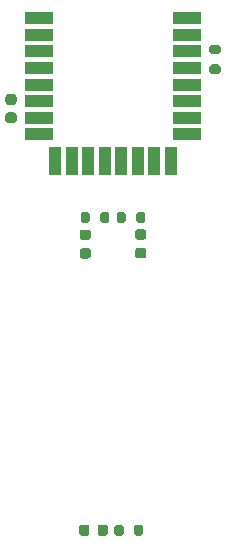
<source format=gbr>
%TF.GenerationSoftware,KiCad,Pcbnew,5.1.10-88a1d61d58~90~ubuntu20.04.1*%
%TF.CreationDate,2021-07-31T22:23:30+02:00*%
%TF.ProjectId,dwm_nano_shield,64776d5f-6e61-46e6-9f5f-736869656c64,rev?*%
%TF.SameCoordinates,Original*%
%TF.FileFunction,Paste,Top*%
%TF.FilePolarity,Positive*%
%FSLAX46Y46*%
G04 Gerber Fmt 4.6, Leading zero omitted, Abs format (unit mm)*
G04 Created by KiCad (PCBNEW 5.1.10-88a1d61d58~90~ubuntu20.04.1) date 2021-07-31 22:23:30*
%MOMM*%
%LPD*%
G01*
G04 APERTURE LIST*
%ADD10R,2.450000X1.000000*%
%ADD11R,1.000000X2.450000*%
G04 APERTURE END LIST*
%TO.C,R4*%
G36*
G01*
X147974000Y-106405000D02*
X147974000Y-106955000D01*
G75*
G02*
X147774000Y-107155000I-200000J0D01*
G01*
X147374000Y-107155000D01*
G75*
G02*
X147174000Y-106955000I0J200000D01*
G01*
X147174000Y-106405000D01*
G75*
G02*
X147374000Y-106205000I200000J0D01*
G01*
X147774000Y-106205000D01*
G75*
G02*
X147974000Y-106405000I0J-200000D01*
G01*
G37*
G36*
G01*
X149624000Y-106405000D02*
X149624000Y-106955000D01*
G75*
G02*
X149424000Y-107155000I-200000J0D01*
G01*
X149024000Y-107155000D01*
G75*
G02*
X148824000Y-106955000I0J200000D01*
G01*
X148824000Y-106405000D01*
G75*
G02*
X149024000Y-106205000I200000J0D01*
G01*
X149424000Y-106205000D01*
G75*
G02*
X149624000Y-106405000I0J-200000D01*
G01*
G37*
%TD*%
%TO.C,D3*%
G36*
G01*
X145765000Y-106936250D02*
X145765000Y-106423750D01*
G75*
G02*
X145983750Y-106205000I218750J0D01*
G01*
X146421250Y-106205000D01*
G75*
G02*
X146640000Y-106423750I0J-218750D01*
G01*
X146640000Y-106936250D01*
G75*
G02*
X146421250Y-107155000I-218750J0D01*
G01*
X145983750Y-107155000D01*
G75*
G02*
X145765000Y-106936250I0J218750D01*
G01*
G37*
G36*
G01*
X144190000Y-106936250D02*
X144190000Y-106423750D01*
G75*
G02*
X144408750Y-106205000I218750J0D01*
G01*
X144846250Y-106205000D01*
G75*
G02*
X145065000Y-106423750I0J-218750D01*
G01*
X145065000Y-106936250D01*
G75*
G02*
X144846250Y-107155000I-218750J0D01*
G01*
X144408750Y-107155000D01*
G75*
G02*
X144190000Y-106936250I0J218750D01*
G01*
G37*
%TD*%
%TO.C,D2*%
G36*
G01*
X149671750Y-82073000D02*
X149159250Y-82073000D01*
G75*
G02*
X148940500Y-81854250I0J218750D01*
G01*
X148940500Y-81416750D01*
G75*
G02*
X149159250Y-81198000I218750J0D01*
G01*
X149671750Y-81198000D01*
G75*
G02*
X149890500Y-81416750I0J-218750D01*
G01*
X149890500Y-81854250D01*
G75*
G02*
X149671750Y-82073000I-218750J0D01*
G01*
G37*
G36*
G01*
X149671750Y-83648000D02*
X149159250Y-83648000D01*
G75*
G02*
X148940500Y-83429250I0J218750D01*
G01*
X148940500Y-82991750D01*
G75*
G02*
X149159250Y-82773000I218750J0D01*
G01*
X149671750Y-82773000D01*
G75*
G02*
X149890500Y-82991750I0J-218750D01*
G01*
X149890500Y-83429250D01*
G75*
G02*
X149671750Y-83648000I-218750J0D01*
G01*
G37*
%TD*%
%TO.C,D1*%
G36*
G01*
X144972750Y-82098500D02*
X144460250Y-82098500D01*
G75*
G02*
X144241500Y-81879750I0J218750D01*
G01*
X144241500Y-81442250D01*
G75*
G02*
X144460250Y-81223500I218750J0D01*
G01*
X144972750Y-81223500D01*
G75*
G02*
X145191500Y-81442250I0J-218750D01*
G01*
X145191500Y-81879750D01*
G75*
G02*
X144972750Y-82098500I-218750J0D01*
G01*
G37*
G36*
G01*
X144972750Y-83673500D02*
X144460250Y-83673500D01*
G75*
G02*
X144241500Y-83454750I0J218750D01*
G01*
X144241500Y-83017250D01*
G75*
G02*
X144460250Y-82798500I218750J0D01*
G01*
X144972750Y-82798500D01*
G75*
G02*
X145191500Y-83017250I0J-218750D01*
G01*
X145191500Y-83454750D01*
G75*
G02*
X144972750Y-83673500I-218750J0D01*
G01*
G37*
%TD*%
%TO.C,C1*%
G36*
G01*
X138680000Y-70655000D02*
X138180000Y-70655000D01*
G75*
G02*
X137955000Y-70430000I0J225000D01*
G01*
X137955000Y-69980000D01*
G75*
G02*
X138180000Y-69755000I225000J0D01*
G01*
X138680000Y-69755000D01*
G75*
G02*
X138905000Y-69980000I0J-225000D01*
G01*
X138905000Y-70430000D01*
G75*
G02*
X138680000Y-70655000I-225000J0D01*
G01*
G37*
G36*
G01*
X138680000Y-72205000D02*
X138180000Y-72205000D01*
G75*
G02*
X137955000Y-71980000I0J225000D01*
G01*
X137955000Y-71530000D01*
G75*
G02*
X138180000Y-71305000I225000J0D01*
G01*
X138680000Y-71305000D01*
G75*
G02*
X138905000Y-71530000I0J-225000D01*
G01*
X138905000Y-71980000D01*
G75*
G02*
X138680000Y-72205000I-225000J0D01*
G01*
G37*
%TD*%
%TO.C,R3*%
G36*
G01*
X145117000Y-79925500D02*
X145117000Y-80475500D01*
G75*
G02*
X144917000Y-80675500I-200000J0D01*
G01*
X144517000Y-80675500D01*
G75*
G02*
X144317000Y-80475500I0J200000D01*
G01*
X144317000Y-79925500D01*
G75*
G02*
X144517000Y-79725500I200000J0D01*
G01*
X144917000Y-79725500D01*
G75*
G02*
X145117000Y-79925500I0J-200000D01*
G01*
G37*
G36*
G01*
X146767000Y-79925500D02*
X146767000Y-80475500D01*
G75*
G02*
X146567000Y-80675500I-200000J0D01*
G01*
X146167000Y-80675500D01*
G75*
G02*
X145967000Y-80475500I0J200000D01*
G01*
X145967000Y-79925500D01*
G75*
G02*
X146167000Y-79725500I200000J0D01*
G01*
X146567000Y-79725500D01*
G75*
G02*
X146767000Y-79925500I0J-200000D01*
G01*
G37*
%TD*%
%TO.C,R2*%
G36*
G01*
X149015000Y-80475500D02*
X149015000Y-79925500D01*
G75*
G02*
X149215000Y-79725500I200000J0D01*
G01*
X149615000Y-79725500D01*
G75*
G02*
X149815000Y-79925500I0J-200000D01*
G01*
X149815000Y-80475500D01*
G75*
G02*
X149615000Y-80675500I-200000J0D01*
G01*
X149215000Y-80675500D01*
G75*
G02*
X149015000Y-80475500I0J200000D01*
G01*
G37*
G36*
G01*
X147365000Y-80475500D02*
X147365000Y-79925500D01*
G75*
G02*
X147565000Y-79725500I200000J0D01*
G01*
X147965000Y-79725500D01*
G75*
G02*
X148165000Y-79925500I0J-200000D01*
G01*
X148165000Y-80475500D01*
G75*
G02*
X147965000Y-80675500I-200000J0D01*
G01*
X147565000Y-80675500D01*
G75*
G02*
X147365000Y-80475500I0J200000D01*
G01*
G37*
%TD*%
%TO.C,R1*%
G36*
G01*
X155427000Y-67227000D02*
X155977000Y-67227000D01*
G75*
G02*
X156177000Y-67427000I0J-200000D01*
G01*
X156177000Y-67827000D01*
G75*
G02*
X155977000Y-68027000I-200000J0D01*
G01*
X155427000Y-68027000D01*
G75*
G02*
X155227000Y-67827000I0J200000D01*
G01*
X155227000Y-67427000D01*
G75*
G02*
X155427000Y-67227000I200000J0D01*
G01*
G37*
G36*
G01*
X155427000Y-65577000D02*
X155977000Y-65577000D01*
G75*
G02*
X156177000Y-65777000I0J-200000D01*
G01*
X156177000Y-66177000D01*
G75*
G02*
X155977000Y-66377000I-200000J0D01*
G01*
X155427000Y-66377000D01*
G75*
G02*
X155227000Y-66177000I0J200000D01*
G01*
X155227000Y-65777000D01*
G75*
G02*
X155427000Y-65577000I200000J0D01*
G01*
G37*
%TD*%
D10*
%TO.C,DWM1*%
X153366000Y-63336200D03*
X153366000Y-64736200D03*
X153366000Y-66136200D03*
X153366000Y-67536200D03*
X153366000Y-68936200D03*
X153366000Y-70336200D03*
X153366000Y-71735000D03*
X153366000Y-73135000D03*
D11*
X151966000Y-75431200D03*
X150566000Y-75431200D03*
X149166000Y-75431200D03*
X147766000Y-75431200D03*
X146366000Y-75431200D03*
X144966000Y-75431200D03*
X143566000Y-75431200D03*
X142166000Y-75431200D03*
D10*
X140766000Y-73136200D03*
X140766000Y-71736200D03*
X140766000Y-70336200D03*
X140766000Y-68936200D03*
X140766000Y-67536200D03*
X140766000Y-66136200D03*
X140766000Y-64736200D03*
X140766000Y-63336200D03*
%TD*%
M02*

</source>
